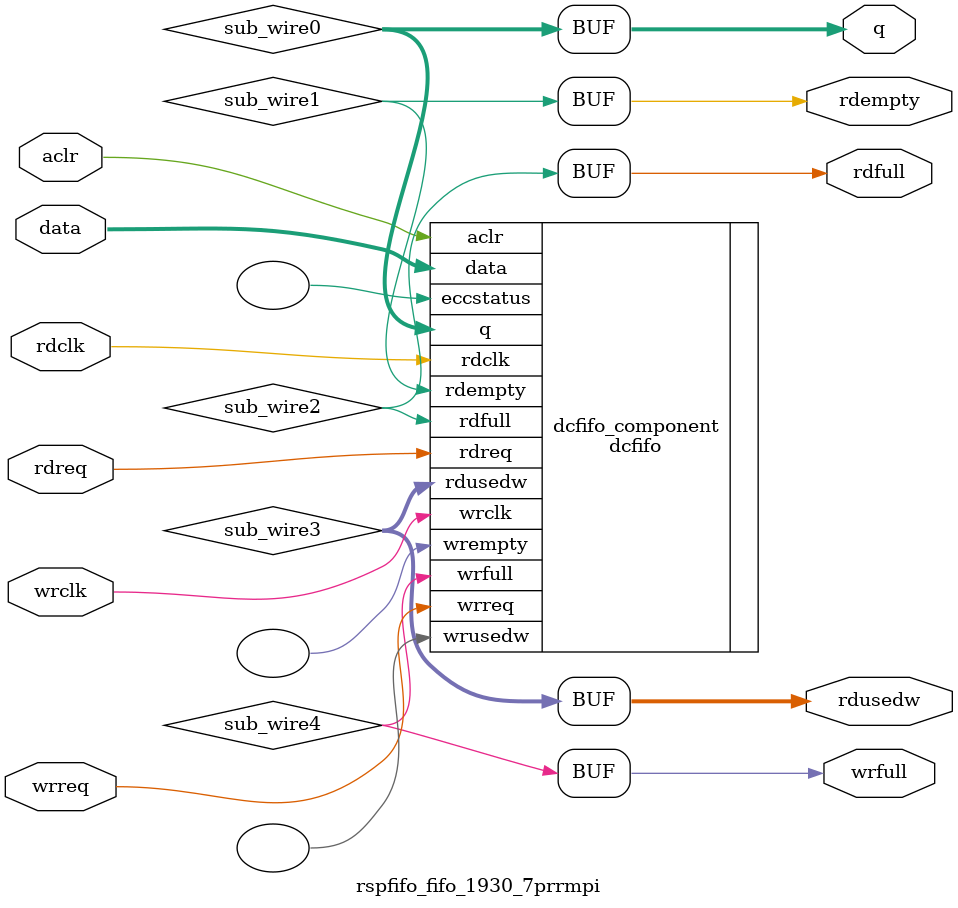
<source format=v>



`timescale 1 ps / 1 ps
// synopsys translate_on
module  rspfifo_fifo_1930_7prrmpi  (
    aclr,
    data,
    rdclk,
    rdreq,
    wrclk,
    wrreq,
    q,
    rdempty,
    rdfull,
    rdusedw,
    wrfull);

    input    aclr;
    input  [559:0]  data;
    input    rdclk;
    input    rdreq;
    input    wrclk;
    input    wrreq;
    output [559:0]  q;
    output   rdempty;
    output   rdfull;
    output [5:0]  rdusedw;
    output   wrfull;
`ifndef ALTERA_RESERVED_QIS
// synopsys translate_off
`endif
    tri0     aclr;
`ifndef ALTERA_RESERVED_QIS
// synopsys translate_on
`endif

    wire [559:0] sub_wire0;
    wire  sub_wire1;
    wire  sub_wire2;
    wire [5:0] sub_wire3;
    wire  sub_wire4;
    wire [559:0] q = sub_wire0[559:0];
    wire  rdempty = sub_wire1;
    wire  rdfull = sub_wire2;
    wire [5:0] rdusedw = sub_wire3[5:0];
    wire  wrfull = sub_wire4;

    dcfifo  dcfifo_component (
                .aclr (aclr),
                .data (data),
                .rdclk (rdclk),
                .rdreq (rdreq),
                .wrclk (wrclk),
                .wrreq (wrreq),
                .q (sub_wire0),
                .rdempty (sub_wire1),
                .rdfull (sub_wire2),
                .rdusedw (sub_wire3),
                .wrfull (sub_wire4),
                .eccstatus (),
                .wrempty (),
                .wrusedw ());
    defparam
        dcfifo_component.enable_ecc  = "FALSE",
        dcfifo_component.intended_device_family  = "Agilex 7",
        dcfifo_component.lpm_hint  = "DISABLE_DCFIFO_EMBEDDED_TIMING_CONSTRAINT=TRUE",
        dcfifo_component.lpm_numwords  = 64,
        dcfifo_component.lpm_showahead  = "ON",
        dcfifo_component.lpm_type  = "dcfifo",
        dcfifo_component.lpm_width  = 560,
        dcfifo_component.lpm_widthu  = 6,
        dcfifo_component.overflow_checking  = "OFF",
        dcfifo_component.rdsync_delaypipe  = 4,
        dcfifo_component.read_aclr_synch  = "ON",
        dcfifo_component.underflow_checking  = "OFF",
        dcfifo_component.use_eab  = "ON",
        dcfifo_component.write_aclr_synch  = "ON",
        dcfifo_component.wrsync_delaypipe  = 4;


endmodule



</source>
